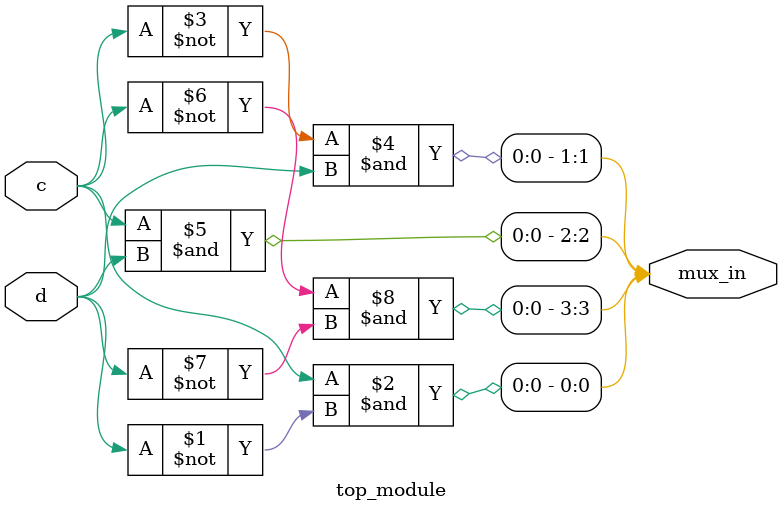
<source format=sv>
module top_module (
    input c,
    input d,
    output [3:0] mux_in
);

    // Implement the Karnaugh map using 2-to-1 multiplexers
    assign mux_in[0] = (c & ~d);
    assign mux_in[1] = (~c & d);
    assign mux_in[2] = (c & d);
    assign mux_in[3] = (~c & ~d);

endmodule

</source>
